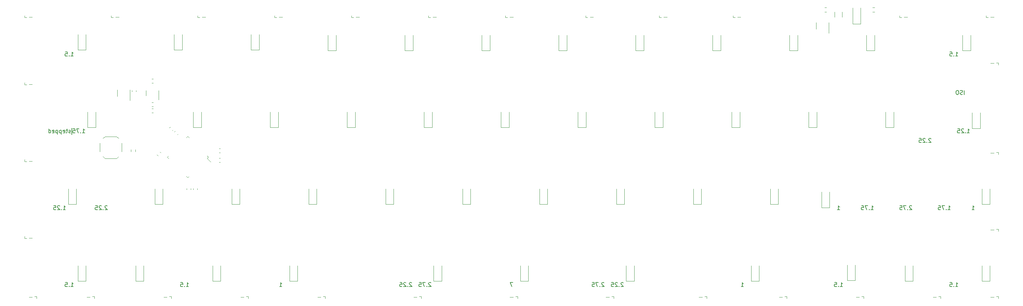
<source format=gbr>
%TF.GenerationSoftware,KiCad,Pcbnew,(7.0.0)*%
%TF.CreationDate,2023-10-06T18:22:26+02:00*%
%TF.ProjectId,mekanical,6d656b61-6e69-4636-916c-2e6b69636164,rev?*%
%TF.SameCoordinates,Original*%
%TF.FileFunction,Legend,Bot*%
%TF.FilePolarity,Positive*%
%FSLAX46Y46*%
G04 Gerber Fmt 4.6, Leading zero omitted, Abs format (unit mm)*
G04 Created by KiCad (PCBNEW (7.0.0)) date 2023-10-06 18:22:26*
%MOMM*%
%LPD*%
G01*
G04 APERTURE LIST*
%ADD10C,0.150000*%
%ADD11C,0.120000*%
G04 APERTURE END LIST*
D10*
X41120181Y-62706250D02*
X41120181Y-64293750D01*
X150352082Y-100967380D02*
X149685416Y-100967380D01*
X149685416Y-100967380D02*
X150113987Y-101967380D01*
X249126189Y-82012619D02*
X249078570Y-81965000D01*
X249078570Y-81965000D02*
X248983332Y-81917380D01*
X248983332Y-81917380D02*
X248745237Y-81917380D01*
X248745237Y-81917380D02*
X248649999Y-81965000D01*
X248649999Y-81965000D02*
X248602380Y-82012619D01*
X248602380Y-82012619D02*
X248554761Y-82107857D01*
X248554761Y-82107857D02*
X248554761Y-82203095D01*
X248554761Y-82203095D02*
X248602380Y-82345952D01*
X248602380Y-82345952D02*
X249173808Y-82917380D01*
X249173808Y-82917380D02*
X248554761Y-82917380D01*
X248126189Y-82822142D02*
X248078570Y-82869761D01*
X248078570Y-82869761D02*
X248126189Y-82917380D01*
X248126189Y-82917380D02*
X248173808Y-82869761D01*
X248173808Y-82869761D02*
X248126189Y-82822142D01*
X248126189Y-82822142D02*
X248126189Y-82917380D01*
X247745237Y-81917380D02*
X247078571Y-81917380D01*
X247078571Y-81917380D02*
X247507142Y-82917380D01*
X246221428Y-81917380D02*
X246697618Y-81917380D01*
X246697618Y-81917380D02*
X246745237Y-82393571D01*
X246745237Y-82393571D02*
X246697618Y-82345952D01*
X246697618Y-82345952D02*
X246602380Y-82298333D01*
X246602380Y-82298333D02*
X246364285Y-82298333D01*
X246364285Y-82298333D02*
X246269047Y-82345952D01*
X246269047Y-82345952D02*
X246221428Y-82393571D01*
X246221428Y-82393571D02*
X246173809Y-82488809D01*
X246173809Y-82488809D02*
X246173809Y-82726904D01*
X246173809Y-82726904D02*
X246221428Y-82822142D01*
X246221428Y-82822142D02*
X246269047Y-82869761D01*
X246269047Y-82869761D02*
X246364285Y-82917380D01*
X246364285Y-82917380D02*
X246602380Y-82917380D01*
X246602380Y-82917380D02*
X246697618Y-82869761D01*
X246697618Y-82869761D02*
X246745237Y-82822142D01*
X130063689Y-101062619D02*
X130016070Y-101015000D01*
X130016070Y-101015000D02*
X129920832Y-100967380D01*
X129920832Y-100967380D02*
X129682737Y-100967380D01*
X129682737Y-100967380D02*
X129587499Y-101015000D01*
X129587499Y-101015000D02*
X129539880Y-101062619D01*
X129539880Y-101062619D02*
X129492261Y-101157857D01*
X129492261Y-101157857D02*
X129492261Y-101253095D01*
X129492261Y-101253095D02*
X129539880Y-101395952D01*
X129539880Y-101395952D02*
X130111308Y-101967380D01*
X130111308Y-101967380D02*
X129492261Y-101967380D01*
X129063689Y-101872142D02*
X129016070Y-101919761D01*
X129016070Y-101919761D02*
X129063689Y-101967380D01*
X129063689Y-101967380D02*
X129111308Y-101919761D01*
X129111308Y-101919761D02*
X129063689Y-101872142D01*
X129063689Y-101872142D02*
X129063689Y-101967380D01*
X128682737Y-100967380D02*
X128016071Y-100967380D01*
X128016071Y-100967380D02*
X128444642Y-101967380D01*
X127158928Y-100967380D02*
X127635118Y-100967380D01*
X127635118Y-100967380D02*
X127682737Y-101443571D01*
X127682737Y-101443571D02*
X127635118Y-101395952D01*
X127635118Y-101395952D02*
X127539880Y-101348333D01*
X127539880Y-101348333D02*
X127301785Y-101348333D01*
X127301785Y-101348333D02*
X127206547Y-101395952D01*
X127206547Y-101395952D02*
X127158928Y-101443571D01*
X127158928Y-101443571D02*
X127111309Y-101538809D01*
X127111309Y-101538809D02*
X127111309Y-101776904D01*
X127111309Y-101776904D02*
X127158928Y-101872142D01*
X127158928Y-101872142D02*
X127206547Y-101919761D01*
X127206547Y-101919761D02*
X127301785Y-101967380D01*
X127301785Y-101967380D02*
X127539880Y-101967380D01*
X127539880Y-101967380D02*
X127635118Y-101919761D01*
X127635118Y-101919761D02*
X127682737Y-101872142D01*
X69484821Y-101967380D02*
X70056249Y-101967380D01*
X69770535Y-101967380D02*
X69770535Y-100967380D01*
X69770535Y-100967380D02*
X69865773Y-101110238D01*
X69865773Y-101110238D02*
X69961011Y-101205476D01*
X69961011Y-101205476D02*
X70056249Y-101253095D01*
X69056249Y-101872142D02*
X69008630Y-101919761D01*
X69008630Y-101919761D02*
X69056249Y-101967380D01*
X69056249Y-101967380D02*
X69103868Y-101919761D01*
X69103868Y-101919761D02*
X69056249Y-101872142D01*
X69056249Y-101872142D02*
X69056249Y-101967380D01*
X68103869Y-100967380D02*
X68580059Y-100967380D01*
X68580059Y-100967380D02*
X68627678Y-101443571D01*
X68627678Y-101443571D02*
X68580059Y-101395952D01*
X68580059Y-101395952D02*
X68484821Y-101348333D01*
X68484821Y-101348333D02*
X68246726Y-101348333D01*
X68246726Y-101348333D02*
X68151488Y-101395952D01*
X68151488Y-101395952D02*
X68103869Y-101443571D01*
X68103869Y-101443571D02*
X68056250Y-101538809D01*
X68056250Y-101538809D02*
X68056250Y-101776904D01*
X68056250Y-101776904D02*
X68103869Y-101872142D01*
X68103869Y-101872142D02*
X68151488Y-101919761D01*
X68151488Y-101919761D02*
X68246726Y-101967380D01*
X68246726Y-101967380D02*
X68484821Y-101967380D01*
X68484821Y-101967380D02*
X68580059Y-101919761D01*
X68580059Y-101919761D02*
X68627678Y-101872142D01*
X40909821Y-101967380D02*
X41481249Y-101967380D01*
X41195535Y-101967380D02*
X41195535Y-100967380D01*
X41195535Y-100967380D02*
X41290773Y-101110238D01*
X41290773Y-101110238D02*
X41386011Y-101205476D01*
X41386011Y-101205476D02*
X41481249Y-101253095D01*
X40481249Y-101872142D02*
X40433630Y-101919761D01*
X40433630Y-101919761D02*
X40481249Y-101967380D01*
X40481249Y-101967380D02*
X40528868Y-101919761D01*
X40528868Y-101919761D02*
X40481249Y-101872142D01*
X40481249Y-101872142D02*
X40481249Y-101967380D01*
X39528869Y-100967380D02*
X40005059Y-100967380D01*
X40005059Y-100967380D02*
X40052678Y-101443571D01*
X40052678Y-101443571D02*
X40005059Y-101395952D01*
X40005059Y-101395952D02*
X39909821Y-101348333D01*
X39909821Y-101348333D02*
X39671726Y-101348333D01*
X39671726Y-101348333D02*
X39576488Y-101395952D01*
X39576488Y-101395952D02*
X39528869Y-101443571D01*
X39528869Y-101443571D02*
X39481250Y-101538809D01*
X39481250Y-101538809D02*
X39481250Y-101776904D01*
X39481250Y-101776904D02*
X39528869Y-101872142D01*
X39528869Y-101872142D02*
X39576488Y-101919761D01*
X39576488Y-101919761D02*
X39671726Y-101967380D01*
X39671726Y-101967380D02*
X39909821Y-101967380D01*
X39909821Y-101967380D02*
X40005059Y-101919761D01*
X40005059Y-101919761D02*
X40052678Y-101872142D01*
X49894939Y-82012619D02*
X49847320Y-81965000D01*
X49847320Y-81965000D02*
X49752082Y-81917380D01*
X49752082Y-81917380D02*
X49513987Y-81917380D01*
X49513987Y-81917380D02*
X49418749Y-81965000D01*
X49418749Y-81965000D02*
X49371130Y-82012619D01*
X49371130Y-82012619D02*
X49323511Y-82107857D01*
X49323511Y-82107857D02*
X49323511Y-82203095D01*
X49323511Y-82203095D02*
X49371130Y-82345952D01*
X49371130Y-82345952D02*
X49942558Y-82917380D01*
X49942558Y-82917380D02*
X49323511Y-82917380D01*
X48894939Y-82822142D02*
X48847320Y-82869761D01*
X48847320Y-82869761D02*
X48894939Y-82917380D01*
X48894939Y-82917380D02*
X48942558Y-82869761D01*
X48942558Y-82869761D02*
X48894939Y-82822142D01*
X48894939Y-82822142D02*
X48894939Y-82917380D01*
X48466368Y-82012619D02*
X48418749Y-81965000D01*
X48418749Y-81965000D02*
X48323511Y-81917380D01*
X48323511Y-81917380D02*
X48085416Y-81917380D01*
X48085416Y-81917380D02*
X47990178Y-81965000D01*
X47990178Y-81965000D02*
X47942559Y-82012619D01*
X47942559Y-82012619D02*
X47894940Y-82107857D01*
X47894940Y-82107857D02*
X47894940Y-82203095D01*
X47894940Y-82203095D02*
X47942559Y-82345952D01*
X47942559Y-82345952D02*
X48513987Y-82917380D01*
X48513987Y-82917380D02*
X47894940Y-82917380D01*
X46990178Y-81917380D02*
X47466368Y-81917380D01*
X47466368Y-81917380D02*
X47513987Y-82393571D01*
X47513987Y-82393571D02*
X47466368Y-82345952D01*
X47466368Y-82345952D02*
X47371130Y-82298333D01*
X47371130Y-82298333D02*
X47133035Y-82298333D01*
X47133035Y-82298333D02*
X47037797Y-82345952D01*
X47037797Y-82345952D02*
X46990178Y-82393571D01*
X46990178Y-82393571D02*
X46942559Y-82488809D01*
X46942559Y-82488809D02*
X46942559Y-82726904D01*
X46942559Y-82726904D02*
X46990178Y-82822142D01*
X46990178Y-82822142D02*
X47037797Y-82869761D01*
X47037797Y-82869761D02*
X47133035Y-82917380D01*
X47133035Y-82917380D02*
X47371130Y-82917380D01*
X47371130Y-82917380D02*
X47466368Y-82869761D01*
X47466368Y-82869761D02*
X47513987Y-82822142D01*
X125301189Y-101062619D02*
X125253570Y-101015000D01*
X125253570Y-101015000D02*
X125158332Y-100967380D01*
X125158332Y-100967380D02*
X124920237Y-100967380D01*
X124920237Y-100967380D02*
X124824999Y-101015000D01*
X124824999Y-101015000D02*
X124777380Y-101062619D01*
X124777380Y-101062619D02*
X124729761Y-101157857D01*
X124729761Y-101157857D02*
X124729761Y-101253095D01*
X124729761Y-101253095D02*
X124777380Y-101395952D01*
X124777380Y-101395952D02*
X125348808Y-101967380D01*
X125348808Y-101967380D02*
X124729761Y-101967380D01*
X124301189Y-101872142D02*
X124253570Y-101919761D01*
X124253570Y-101919761D02*
X124301189Y-101967380D01*
X124301189Y-101967380D02*
X124348808Y-101919761D01*
X124348808Y-101919761D02*
X124301189Y-101872142D01*
X124301189Y-101872142D02*
X124301189Y-101967380D01*
X123872618Y-101062619D02*
X123824999Y-101015000D01*
X123824999Y-101015000D02*
X123729761Y-100967380D01*
X123729761Y-100967380D02*
X123491666Y-100967380D01*
X123491666Y-100967380D02*
X123396428Y-101015000D01*
X123396428Y-101015000D02*
X123348809Y-101062619D01*
X123348809Y-101062619D02*
X123301190Y-101157857D01*
X123301190Y-101157857D02*
X123301190Y-101253095D01*
X123301190Y-101253095D02*
X123348809Y-101395952D01*
X123348809Y-101395952D02*
X123920237Y-101967380D01*
X123920237Y-101967380D02*
X123301190Y-101967380D01*
X122396428Y-100967380D02*
X122872618Y-100967380D01*
X122872618Y-100967380D02*
X122920237Y-101443571D01*
X122920237Y-101443571D02*
X122872618Y-101395952D01*
X122872618Y-101395952D02*
X122777380Y-101348333D01*
X122777380Y-101348333D02*
X122539285Y-101348333D01*
X122539285Y-101348333D02*
X122444047Y-101395952D01*
X122444047Y-101395952D02*
X122396428Y-101443571D01*
X122396428Y-101443571D02*
X122348809Y-101538809D01*
X122348809Y-101538809D02*
X122348809Y-101776904D01*
X122348809Y-101776904D02*
X122396428Y-101872142D01*
X122396428Y-101872142D02*
X122444047Y-101919761D01*
X122444047Y-101919761D02*
X122539285Y-101967380D01*
X122539285Y-101967380D02*
X122777380Y-101967380D01*
X122777380Y-101967380D02*
X122872618Y-101919761D01*
X122872618Y-101919761D02*
X122920237Y-101872142D01*
X262143749Y-54342380D02*
X262143749Y-53342380D01*
X261715178Y-54294761D02*
X261572321Y-54342380D01*
X261572321Y-54342380D02*
X261334226Y-54342380D01*
X261334226Y-54342380D02*
X261238988Y-54294761D01*
X261238988Y-54294761D02*
X261191369Y-54247142D01*
X261191369Y-54247142D02*
X261143750Y-54151904D01*
X261143750Y-54151904D02*
X261143750Y-54056666D01*
X261143750Y-54056666D02*
X261191369Y-53961428D01*
X261191369Y-53961428D02*
X261238988Y-53913809D01*
X261238988Y-53913809D02*
X261334226Y-53866190D01*
X261334226Y-53866190D02*
X261524702Y-53818571D01*
X261524702Y-53818571D02*
X261619940Y-53770952D01*
X261619940Y-53770952D02*
X261667559Y-53723333D01*
X261667559Y-53723333D02*
X261715178Y-53628095D01*
X261715178Y-53628095D02*
X261715178Y-53532857D01*
X261715178Y-53532857D02*
X261667559Y-53437619D01*
X261667559Y-53437619D02*
X261619940Y-53390000D01*
X261619940Y-53390000D02*
X261524702Y-53342380D01*
X261524702Y-53342380D02*
X261286607Y-53342380D01*
X261286607Y-53342380D02*
X261143750Y-53390000D01*
X260524702Y-53342380D02*
X260334226Y-53342380D01*
X260334226Y-53342380D02*
X260238988Y-53390000D01*
X260238988Y-53390000D02*
X260143750Y-53485238D01*
X260143750Y-53485238D02*
X260096131Y-53675714D01*
X260096131Y-53675714D02*
X260096131Y-54009047D01*
X260096131Y-54009047D02*
X260143750Y-54199523D01*
X260143750Y-54199523D02*
X260238988Y-54294761D01*
X260238988Y-54294761D02*
X260334226Y-54342380D01*
X260334226Y-54342380D02*
X260524702Y-54342380D01*
X260524702Y-54342380D02*
X260619940Y-54294761D01*
X260619940Y-54294761D02*
X260715178Y-54199523D01*
X260715178Y-54199523D02*
X260762797Y-54009047D01*
X260762797Y-54009047D02*
X260762797Y-53675714D01*
X260762797Y-53675714D02*
X260715178Y-53485238D01*
X260715178Y-53485238D02*
X260619940Y-53390000D01*
X260619940Y-53390000D02*
X260524702Y-53342380D01*
X39004761Y-82917380D02*
X39576189Y-82917380D01*
X39290475Y-82917380D02*
X39290475Y-81917380D01*
X39290475Y-81917380D02*
X39385713Y-82060238D01*
X39385713Y-82060238D02*
X39480951Y-82155476D01*
X39480951Y-82155476D02*
X39576189Y-82203095D01*
X38576189Y-82822142D02*
X38528570Y-82869761D01*
X38528570Y-82869761D02*
X38576189Y-82917380D01*
X38576189Y-82917380D02*
X38623808Y-82869761D01*
X38623808Y-82869761D02*
X38576189Y-82822142D01*
X38576189Y-82822142D02*
X38576189Y-82917380D01*
X38147618Y-82012619D02*
X38099999Y-81965000D01*
X38099999Y-81965000D02*
X38004761Y-81917380D01*
X38004761Y-81917380D02*
X37766666Y-81917380D01*
X37766666Y-81917380D02*
X37671428Y-81965000D01*
X37671428Y-81965000D02*
X37623809Y-82012619D01*
X37623809Y-82012619D02*
X37576190Y-82107857D01*
X37576190Y-82107857D02*
X37576190Y-82203095D01*
X37576190Y-82203095D02*
X37623809Y-82345952D01*
X37623809Y-82345952D02*
X38195237Y-82917380D01*
X38195237Y-82917380D02*
X37576190Y-82917380D01*
X36671428Y-81917380D02*
X37147618Y-81917380D01*
X37147618Y-81917380D02*
X37195237Y-82393571D01*
X37195237Y-82393571D02*
X37147618Y-82345952D01*
X37147618Y-82345952D02*
X37052380Y-82298333D01*
X37052380Y-82298333D02*
X36814285Y-82298333D01*
X36814285Y-82298333D02*
X36719047Y-82345952D01*
X36719047Y-82345952D02*
X36671428Y-82393571D01*
X36671428Y-82393571D02*
X36623809Y-82488809D01*
X36623809Y-82488809D02*
X36623809Y-82726904D01*
X36623809Y-82726904D02*
X36671428Y-82822142D01*
X36671428Y-82822142D02*
X36719047Y-82869761D01*
X36719047Y-82869761D02*
X36814285Y-82917380D01*
X36814285Y-82917380D02*
X37052380Y-82917380D01*
X37052380Y-82917380D02*
X37147618Y-82869761D01*
X37147618Y-82869761D02*
X37195237Y-82822142D01*
X172926189Y-101062619D02*
X172878570Y-101015000D01*
X172878570Y-101015000D02*
X172783332Y-100967380D01*
X172783332Y-100967380D02*
X172545237Y-100967380D01*
X172545237Y-100967380D02*
X172449999Y-101015000D01*
X172449999Y-101015000D02*
X172402380Y-101062619D01*
X172402380Y-101062619D02*
X172354761Y-101157857D01*
X172354761Y-101157857D02*
X172354761Y-101253095D01*
X172354761Y-101253095D02*
X172402380Y-101395952D01*
X172402380Y-101395952D02*
X172973808Y-101967380D01*
X172973808Y-101967380D02*
X172354761Y-101967380D01*
X171926189Y-101872142D02*
X171878570Y-101919761D01*
X171878570Y-101919761D02*
X171926189Y-101967380D01*
X171926189Y-101967380D02*
X171973808Y-101919761D01*
X171973808Y-101919761D02*
X171926189Y-101872142D01*
X171926189Y-101872142D02*
X171926189Y-101967380D01*
X171545237Y-100967380D02*
X170878571Y-100967380D01*
X170878571Y-100967380D02*
X171307142Y-101967380D01*
X170021428Y-100967380D02*
X170497618Y-100967380D01*
X170497618Y-100967380D02*
X170545237Y-101443571D01*
X170545237Y-101443571D02*
X170497618Y-101395952D01*
X170497618Y-101395952D02*
X170402380Y-101348333D01*
X170402380Y-101348333D02*
X170164285Y-101348333D01*
X170164285Y-101348333D02*
X170069047Y-101395952D01*
X170069047Y-101395952D02*
X170021428Y-101443571D01*
X170021428Y-101443571D02*
X169973809Y-101538809D01*
X169973809Y-101538809D02*
X169973809Y-101776904D01*
X169973809Y-101776904D02*
X170021428Y-101872142D01*
X170021428Y-101872142D02*
X170069047Y-101919761D01*
X170069047Y-101919761D02*
X170164285Y-101967380D01*
X170164285Y-101967380D02*
X170402380Y-101967380D01*
X170402380Y-101967380D02*
X170497618Y-101919761D01*
X170497618Y-101919761D02*
X170545237Y-101872142D01*
X230695535Y-82917380D02*
X231266963Y-82917380D01*
X230981249Y-82917380D02*
X230981249Y-81917380D01*
X230981249Y-81917380D02*
X231076487Y-82060238D01*
X231076487Y-82060238D02*
X231171725Y-82155476D01*
X231171725Y-82155476D02*
X231266963Y-82203095D01*
X264033035Y-82917380D02*
X264604463Y-82917380D01*
X264318749Y-82917380D02*
X264318749Y-81917380D01*
X264318749Y-81917380D02*
X264413987Y-82060238D01*
X264413987Y-82060238D02*
X264509225Y-82155476D01*
X264509225Y-82155476D02*
X264604463Y-82203095D01*
X258079761Y-82917380D02*
X258651189Y-82917380D01*
X258365475Y-82917380D02*
X258365475Y-81917380D01*
X258365475Y-81917380D02*
X258460713Y-82060238D01*
X258460713Y-82060238D02*
X258555951Y-82155476D01*
X258555951Y-82155476D02*
X258651189Y-82203095D01*
X257651189Y-82822142D02*
X257603570Y-82869761D01*
X257603570Y-82869761D02*
X257651189Y-82917380D01*
X257651189Y-82917380D02*
X257698808Y-82869761D01*
X257698808Y-82869761D02*
X257651189Y-82822142D01*
X257651189Y-82822142D02*
X257651189Y-82917380D01*
X257270237Y-81917380D02*
X256603571Y-81917380D01*
X256603571Y-81917380D02*
X257032142Y-82917380D01*
X255746428Y-81917380D02*
X256222618Y-81917380D01*
X256222618Y-81917380D02*
X256270237Y-82393571D01*
X256270237Y-82393571D02*
X256222618Y-82345952D01*
X256222618Y-82345952D02*
X256127380Y-82298333D01*
X256127380Y-82298333D02*
X255889285Y-82298333D01*
X255889285Y-82298333D02*
X255794047Y-82345952D01*
X255794047Y-82345952D02*
X255746428Y-82393571D01*
X255746428Y-82393571D02*
X255698809Y-82488809D01*
X255698809Y-82488809D02*
X255698809Y-82726904D01*
X255698809Y-82726904D02*
X255746428Y-82822142D01*
X255746428Y-82822142D02*
X255794047Y-82869761D01*
X255794047Y-82869761D02*
X255889285Y-82917380D01*
X255889285Y-82917380D02*
X256127380Y-82917380D01*
X256127380Y-82917380D02*
X256222618Y-82869761D01*
X256222618Y-82869761D02*
X256270237Y-82822142D01*
X239029761Y-82917380D02*
X239601189Y-82917380D01*
X239315475Y-82917380D02*
X239315475Y-81917380D01*
X239315475Y-81917380D02*
X239410713Y-82060238D01*
X239410713Y-82060238D02*
X239505951Y-82155476D01*
X239505951Y-82155476D02*
X239601189Y-82203095D01*
X238601189Y-82822142D02*
X238553570Y-82869761D01*
X238553570Y-82869761D02*
X238601189Y-82917380D01*
X238601189Y-82917380D02*
X238648808Y-82869761D01*
X238648808Y-82869761D02*
X238601189Y-82822142D01*
X238601189Y-82822142D02*
X238601189Y-82917380D01*
X238220237Y-81917380D02*
X237553571Y-81917380D01*
X237553571Y-81917380D02*
X237982142Y-82917380D01*
X236696428Y-81917380D02*
X237172618Y-81917380D01*
X237172618Y-81917380D02*
X237220237Y-82393571D01*
X237220237Y-82393571D02*
X237172618Y-82345952D01*
X237172618Y-82345952D02*
X237077380Y-82298333D01*
X237077380Y-82298333D02*
X236839285Y-82298333D01*
X236839285Y-82298333D02*
X236744047Y-82345952D01*
X236744047Y-82345952D02*
X236696428Y-82393571D01*
X236696428Y-82393571D02*
X236648809Y-82488809D01*
X236648809Y-82488809D02*
X236648809Y-82726904D01*
X236648809Y-82726904D02*
X236696428Y-82822142D01*
X236696428Y-82822142D02*
X236744047Y-82869761D01*
X236744047Y-82869761D02*
X236839285Y-82917380D01*
X236839285Y-82917380D02*
X237077380Y-82917380D01*
X237077380Y-82917380D02*
X237172618Y-82869761D01*
X237172618Y-82869761D02*
X237220237Y-82822142D01*
X206883035Y-101967380D02*
X207454463Y-101967380D01*
X207168749Y-101967380D02*
X207168749Y-100967380D01*
X207168749Y-100967380D02*
X207263987Y-101110238D01*
X207263987Y-101110238D02*
X207359225Y-101205476D01*
X207359225Y-101205476D02*
X207454463Y-101253095D01*
X231409821Y-101967380D02*
X231981249Y-101967380D01*
X231695535Y-101967380D02*
X231695535Y-100967380D01*
X231695535Y-100967380D02*
X231790773Y-101110238D01*
X231790773Y-101110238D02*
X231886011Y-101205476D01*
X231886011Y-101205476D02*
X231981249Y-101253095D01*
X230981249Y-101872142D02*
X230933630Y-101919761D01*
X230933630Y-101919761D02*
X230981249Y-101967380D01*
X230981249Y-101967380D02*
X231028868Y-101919761D01*
X231028868Y-101919761D02*
X230981249Y-101872142D01*
X230981249Y-101872142D02*
X230981249Y-101967380D01*
X230028869Y-100967380D02*
X230505059Y-100967380D01*
X230505059Y-100967380D02*
X230552678Y-101443571D01*
X230552678Y-101443571D02*
X230505059Y-101395952D01*
X230505059Y-101395952D02*
X230409821Y-101348333D01*
X230409821Y-101348333D02*
X230171726Y-101348333D01*
X230171726Y-101348333D02*
X230076488Y-101395952D01*
X230076488Y-101395952D02*
X230028869Y-101443571D01*
X230028869Y-101443571D02*
X229981250Y-101538809D01*
X229981250Y-101538809D02*
X229981250Y-101776904D01*
X229981250Y-101776904D02*
X230028869Y-101872142D01*
X230028869Y-101872142D02*
X230076488Y-101919761D01*
X230076488Y-101919761D02*
X230171726Y-101967380D01*
X230171726Y-101967380D02*
X230409821Y-101967380D01*
X230409821Y-101967380D02*
X230505059Y-101919761D01*
X230505059Y-101919761D02*
X230552678Y-101872142D01*
X43767261Y-63867380D02*
X44338689Y-63867380D01*
X44052975Y-63867380D02*
X44052975Y-62867380D01*
X44052975Y-62867380D02*
X44148213Y-63010238D01*
X44148213Y-63010238D02*
X44243451Y-63105476D01*
X44243451Y-63105476D02*
X44338689Y-63153095D01*
X43338689Y-63772142D02*
X43291070Y-63819761D01*
X43291070Y-63819761D02*
X43338689Y-63867380D01*
X43338689Y-63867380D02*
X43386308Y-63819761D01*
X43386308Y-63819761D02*
X43338689Y-63772142D01*
X43338689Y-63772142D02*
X43338689Y-63867380D01*
X42957737Y-62867380D02*
X42291071Y-62867380D01*
X42291071Y-62867380D02*
X42719642Y-63867380D01*
X41433928Y-62867380D02*
X41910118Y-62867380D01*
X41910118Y-62867380D02*
X41957737Y-63343571D01*
X41957737Y-63343571D02*
X41910118Y-63295952D01*
X41910118Y-63295952D02*
X41814880Y-63248333D01*
X41814880Y-63248333D02*
X41576785Y-63248333D01*
X41576785Y-63248333D02*
X41481547Y-63295952D01*
X41481547Y-63295952D02*
X41433928Y-63343571D01*
X41433928Y-63343571D02*
X41386309Y-63438809D01*
X41386309Y-63438809D02*
X41386309Y-63676904D01*
X41386309Y-63676904D02*
X41433928Y-63772142D01*
X41433928Y-63772142D02*
X41481547Y-63819761D01*
X41481547Y-63819761D02*
X41576785Y-63867380D01*
X41576785Y-63867380D02*
X41814880Y-63867380D01*
X41814880Y-63867380D02*
X41910118Y-63819761D01*
X41910118Y-63819761D02*
X41957737Y-63772142D01*
X262842261Y-63867380D02*
X263413689Y-63867380D01*
X263127975Y-63867380D02*
X263127975Y-62867380D01*
X263127975Y-62867380D02*
X263223213Y-63010238D01*
X263223213Y-63010238D02*
X263318451Y-63105476D01*
X263318451Y-63105476D02*
X263413689Y-63153095D01*
X262413689Y-63772142D02*
X262366070Y-63819761D01*
X262366070Y-63819761D02*
X262413689Y-63867380D01*
X262413689Y-63867380D02*
X262461308Y-63819761D01*
X262461308Y-63819761D02*
X262413689Y-63772142D01*
X262413689Y-63772142D02*
X262413689Y-63867380D01*
X261985118Y-62962619D02*
X261937499Y-62915000D01*
X261937499Y-62915000D02*
X261842261Y-62867380D01*
X261842261Y-62867380D02*
X261604166Y-62867380D01*
X261604166Y-62867380D02*
X261508928Y-62915000D01*
X261508928Y-62915000D02*
X261461309Y-62962619D01*
X261461309Y-62962619D02*
X261413690Y-63057857D01*
X261413690Y-63057857D02*
X261413690Y-63153095D01*
X261413690Y-63153095D02*
X261461309Y-63295952D01*
X261461309Y-63295952D02*
X262032737Y-63867380D01*
X262032737Y-63867380D02*
X261413690Y-63867380D01*
X260508928Y-62867380D02*
X260985118Y-62867380D01*
X260985118Y-62867380D02*
X261032737Y-63343571D01*
X261032737Y-63343571D02*
X260985118Y-63295952D01*
X260985118Y-63295952D02*
X260889880Y-63248333D01*
X260889880Y-63248333D02*
X260651785Y-63248333D01*
X260651785Y-63248333D02*
X260556547Y-63295952D01*
X260556547Y-63295952D02*
X260508928Y-63343571D01*
X260508928Y-63343571D02*
X260461309Y-63438809D01*
X260461309Y-63438809D02*
X260461309Y-63676904D01*
X260461309Y-63676904D02*
X260508928Y-63772142D01*
X260508928Y-63772142D02*
X260556547Y-63819761D01*
X260556547Y-63819761D02*
X260651785Y-63867380D01*
X260651785Y-63867380D02*
X260889880Y-63867380D01*
X260889880Y-63867380D02*
X260985118Y-63819761D01*
X260985118Y-63819761D02*
X261032737Y-63772142D01*
X40909821Y-44817380D02*
X41481249Y-44817380D01*
X41195535Y-44817380D02*
X41195535Y-43817380D01*
X41195535Y-43817380D02*
X41290773Y-43960238D01*
X41290773Y-43960238D02*
X41386011Y-44055476D01*
X41386011Y-44055476D02*
X41481249Y-44103095D01*
X40481249Y-44722142D02*
X40433630Y-44769761D01*
X40433630Y-44769761D02*
X40481249Y-44817380D01*
X40481249Y-44817380D02*
X40528868Y-44769761D01*
X40528868Y-44769761D02*
X40481249Y-44722142D01*
X40481249Y-44722142D02*
X40481249Y-44817380D01*
X39528869Y-43817380D02*
X40005059Y-43817380D01*
X40005059Y-43817380D02*
X40052678Y-44293571D01*
X40052678Y-44293571D02*
X40005059Y-44245952D01*
X40005059Y-44245952D02*
X39909821Y-44198333D01*
X39909821Y-44198333D02*
X39671726Y-44198333D01*
X39671726Y-44198333D02*
X39576488Y-44245952D01*
X39576488Y-44245952D02*
X39528869Y-44293571D01*
X39528869Y-44293571D02*
X39481250Y-44388809D01*
X39481250Y-44388809D02*
X39481250Y-44626904D01*
X39481250Y-44626904D02*
X39528869Y-44722142D01*
X39528869Y-44722142D02*
X39576488Y-44769761D01*
X39576488Y-44769761D02*
X39671726Y-44817380D01*
X39671726Y-44817380D02*
X39909821Y-44817380D01*
X39909821Y-44817380D02*
X40005059Y-44769761D01*
X40005059Y-44769761D02*
X40052678Y-44722142D01*
X40814285Y-63819761D02*
X40719047Y-63867380D01*
X40719047Y-63867380D02*
X40528571Y-63867380D01*
X40528571Y-63867380D02*
X40433333Y-63819761D01*
X40433333Y-63819761D02*
X40385714Y-63724523D01*
X40385714Y-63724523D02*
X40385714Y-63676904D01*
X40385714Y-63676904D02*
X40433333Y-63581666D01*
X40433333Y-63581666D02*
X40528571Y-63534047D01*
X40528571Y-63534047D02*
X40671428Y-63534047D01*
X40671428Y-63534047D02*
X40766666Y-63486428D01*
X40766666Y-63486428D02*
X40814285Y-63391190D01*
X40814285Y-63391190D02*
X40814285Y-63343571D01*
X40814285Y-63343571D02*
X40766666Y-63248333D01*
X40766666Y-63248333D02*
X40671428Y-63200714D01*
X40671428Y-63200714D02*
X40528571Y-63200714D01*
X40528571Y-63200714D02*
X40433333Y-63248333D01*
X40099999Y-63200714D02*
X39719047Y-63200714D01*
X39957142Y-62867380D02*
X39957142Y-63724523D01*
X39957142Y-63724523D02*
X39909523Y-63819761D01*
X39909523Y-63819761D02*
X39814285Y-63867380D01*
X39814285Y-63867380D02*
X39719047Y-63867380D01*
X39004761Y-63819761D02*
X39099999Y-63867380D01*
X39099999Y-63867380D02*
X39290475Y-63867380D01*
X39290475Y-63867380D02*
X39385713Y-63819761D01*
X39385713Y-63819761D02*
X39433332Y-63724523D01*
X39433332Y-63724523D02*
X39433332Y-63343571D01*
X39433332Y-63343571D02*
X39385713Y-63248333D01*
X39385713Y-63248333D02*
X39290475Y-63200714D01*
X39290475Y-63200714D02*
X39099999Y-63200714D01*
X39099999Y-63200714D02*
X39004761Y-63248333D01*
X39004761Y-63248333D02*
X38957142Y-63343571D01*
X38957142Y-63343571D02*
X38957142Y-63438809D01*
X38957142Y-63438809D02*
X39433332Y-63534047D01*
X38528570Y-63200714D02*
X38528570Y-64200714D01*
X38528570Y-63248333D02*
X38433332Y-63200714D01*
X38433332Y-63200714D02*
X38242856Y-63200714D01*
X38242856Y-63200714D02*
X38147618Y-63248333D01*
X38147618Y-63248333D02*
X38099999Y-63295952D01*
X38099999Y-63295952D02*
X38052380Y-63391190D01*
X38052380Y-63391190D02*
X38052380Y-63676904D01*
X38052380Y-63676904D02*
X38099999Y-63772142D01*
X38099999Y-63772142D02*
X38147618Y-63819761D01*
X38147618Y-63819761D02*
X38242856Y-63867380D01*
X38242856Y-63867380D02*
X38433332Y-63867380D01*
X38433332Y-63867380D02*
X38528570Y-63819761D01*
X37623808Y-63200714D02*
X37623808Y-64200714D01*
X37623808Y-63248333D02*
X37528570Y-63200714D01*
X37528570Y-63200714D02*
X37338094Y-63200714D01*
X37338094Y-63200714D02*
X37242856Y-63248333D01*
X37242856Y-63248333D02*
X37195237Y-63295952D01*
X37195237Y-63295952D02*
X37147618Y-63391190D01*
X37147618Y-63391190D02*
X37147618Y-63676904D01*
X37147618Y-63676904D02*
X37195237Y-63772142D01*
X37195237Y-63772142D02*
X37242856Y-63819761D01*
X37242856Y-63819761D02*
X37338094Y-63867380D01*
X37338094Y-63867380D02*
X37528570Y-63867380D01*
X37528570Y-63867380D02*
X37623808Y-63819761D01*
X36338094Y-63819761D02*
X36433332Y-63867380D01*
X36433332Y-63867380D02*
X36623808Y-63867380D01*
X36623808Y-63867380D02*
X36719046Y-63819761D01*
X36719046Y-63819761D02*
X36766665Y-63724523D01*
X36766665Y-63724523D02*
X36766665Y-63343571D01*
X36766665Y-63343571D02*
X36719046Y-63248333D01*
X36719046Y-63248333D02*
X36623808Y-63200714D01*
X36623808Y-63200714D02*
X36433332Y-63200714D01*
X36433332Y-63200714D02*
X36338094Y-63248333D01*
X36338094Y-63248333D02*
X36290475Y-63343571D01*
X36290475Y-63343571D02*
X36290475Y-63438809D01*
X36290475Y-63438809D02*
X36766665Y-63534047D01*
X35433332Y-63867380D02*
X35433332Y-62867380D01*
X35433332Y-63819761D02*
X35528570Y-63867380D01*
X35528570Y-63867380D02*
X35719046Y-63867380D01*
X35719046Y-63867380D02*
X35814284Y-63819761D01*
X35814284Y-63819761D02*
X35861903Y-63772142D01*
X35861903Y-63772142D02*
X35909522Y-63676904D01*
X35909522Y-63676904D02*
X35909522Y-63391190D01*
X35909522Y-63391190D02*
X35861903Y-63295952D01*
X35861903Y-63295952D02*
X35814284Y-63248333D01*
X35814284Y-63248333D02*
X35719046Y-63200714D01*
X35719046Y-63200714D02*
X35528570Y-63200714D01*
X35528570Y-63200714D02*
X35433332Y-63248333D01*
X259984821Y-44817380D02*
X260556249Y-44817380D01*
X260270535Y-44817380D02*
X260270535Y-43817380D01*
X260270535Y-43817380D02*
X260365773Y-43960238D01*
X260365773Y-43960238D02*
X260461011Y-44055476D01*
X260461011Y-44055476D02*
X260556249Y-44103095D01*
X259556249Y-44722142D02*
X259508630Y-44769761D01*
X259508630Y-44769761D02*
X259556249Y-44817380D01*
X259556249Y-44817380D02*
X259603868Y-44769761D01*
X259603868Y-44769761D02*
X259556249Y-44722142D01*
X259556249Y-44722142D02*
X259556249Y-44817380D01*
X258603869Y-43817380D02*
X259080059Y-43817380D01*
X259080059Y-43817380D02*
X259127678Y-44293571D01*
X259127678Y-44293571D02*
X259080059Y-44245952D01*
X259080059Y-44245952D02*
X258984821Y-44198333D01*
X258984821Y-44198333D02*
X258746726Y-44198333D01*
X258746726Y-44198333D02*
X258651488Y-44245952D01*
X258651488Y-44245952D02*
X258603869Y-44293571D01*
X258603869Y-44293571D02*
X258556250Y-44388809D01*
X258556250Y-44388809D02*
X258556250Y-44626904D01*
X258556250Y-44626904D02*
X258603869Y-44722142D01*
X258603869Y-44722142D02*
X258651488Y-44769761D01*
X258651488Y-44769761D02*
X258746726Y-44817380D01*
X258746726Y-44817380D02*
X258984821Y-44817380D01*
X258984821Y-44817380D02*
X259080059Y-44769761D01*
X259080059Y-44769761D02*
X259127678Y-44722142D01*
X253888689Y-65343869D02*
X253841070Y-65296250D01*
X253841070Y-65296250D02*
X253745832Y-65248630D01*
X253745832Y-65248630D02*
X253507737Y-65248630D01*
X253507737Y-65248630D02*
X253412499Y-65296250D01*
X253412499Y-65296250D02*
X253364880Y-65343869D01*
X253364880Y-65343869D02*
X253317261Y-65439107D01*
X253317261Y-65439107D02*
X253317261Y-65534345D01*
X253317261Y-65534345D02*
X253364880Y-65677202D01*
X253364880Y-65677202D02*
X253936308Y-66248630D01*
X253936308Y-66248630D02*
X253317261Y-66248630D01*
X252888689Y-66153392D02*
X252841070Y-66201011D01*
X252841070Y-66201011D02*
X252888689Y-66248630D01*
X252888689Y-66248630D02*
X252936308Y-66201011D01*
X252936308Y-66201011D02*
X252888689Y-66153392D01*
X252888689Y-66153392D02*
X252888689Y-66248630D01*
X252460118Y-65343869D02*
X252412499Y-65296250D01*
X252412499Y-65296250D02*
X252317261Y-65248630D01*
X252317261Y-65248630D02*
X252079166Y-65248630D01*
X252079166Y-65248630D02*
X251983928Y-65296250D01*
X251983928Y-65296250D02*
X251936309Y-65343869D01*
X251936309Y-65343869D02*
X251888690Y-65439107D01*
X251888690Y-65439107D02*
X251888690Y-65534345D01*
X251888690Y-65534345D02*
X251936309Y-65677202D01*
X251936309Y-65677202D02*
X252507737Y-66248630D01*
X252507737Y-66248630D02*
X251888690Y-66248630D01*
X250983928Y-65248630D02*
X251460118Y-65248630D01*
X251460118Y-65248630D02*
X251507737Y-65724821D01*
X251507737Y-65724821D02*
X251460118Y-65677202D01*
X251460118Y-65677202D02*
X251364880Y-65629583D01*
X251364880Y-65629583D02*
X251126785Y-65629583D01*
X251126785Y-65629583D02*
X251031547Y-65677202D01*
X251031547Y-65677202D02*
X250983928Y-65724821D01*
X250983928Y-65724821D02*
X250936309Y-65820059D01*
X250936309Y-65820059D02*
X250936309Y-66058154D01*
X250936309Y-66058154D02*
X250983928Y-66153392D01*
X250983928Y-66153392D02*
X251031547Y-66201011D01*
X251031547Y-66201011D02*
X251126785Y-66248630D01*
X251126785Y-66248630D02*
X251364880Y-66248630D01*
X251364880Y-66248630D02*
X251460118Y-66201011D01*
X251460118Y-66201011D02*
X251507737Y-66153392D01*
X259984821Y-101967380D02*
X260556249Y-101967380D01*
X260270535Y-101967380D02*
X260270535Y-100967380D01*
X260270535Y-100967380D02*
X260365773Y-101110238D01*
X260365773Y-101110238D02*
X260461011Y-101205476D01*
X260461011Y-101205476D02*
X260556249Y-101253095D01*
X259556249Y-101872142D02*
X259508630Y-101919761D01*
X259508630Y-101919761D02*
X259556249Y-101967380D01*
X259556249Y-101967380D02*
X259603868Y-101919761D01*
X259603868Y-101919761D02*
X259556249Y-101872142D01*
X259556249Y-101872142D02*
X259556249Y-101967380D01*
X258603869Y-100967380D02*
X259080059Y-100967380D01*
X259080059Y-100967380D02*
X259127678Y-101443571D01*
X259127678Y-101443571D02*
X259080059Y-101395952D01*
X259080059Y-101395952D02*
X258984821Y-101348333D01*
X258984821Y-101348333D02*
X258746726Y-101348333D01*
X258746726Y-101348333D02*
X258651488Y-101395952D01*
X258651488Y-101395952D02*
X258603869Y-101443571D01*
X258603869Y-101443571D02*
X258556250Y-101538809D01*
X258556250Y-101538809D02*
X258556250Y-101776904D01*
X258556250Y-101776904D02*
X258603869Y-101872142D01*
X258603869Y-101872142D02*
X258651488Y-101919761D01*
X258651488Y-101919761D02*
X258746726Y-101967380D01*
X258746726Y-101967380D02*
X258984821Y-101967380D01*
X258984821Y-101967380D02*
X259080059Y-101919761D01*
X259080059Y-101919761D02*
X259127678Y-101872142D01*
X177688689Y-101062619D02*
X177641070Y-101015000D01*
X177641070Y-101015000D02*
X177545832Y-100967380D01*
X177545832Y-100967380D02*
X177307737Y-100967380D01*
X177307737Y-100967380D02*
X177212499Y-101015000D01*
X177212499Y-101015000D02*
X177164880Y-101062619D01*
X177164880Y-101062619D02*
X177117261Y-101157857D01*
X177117261Y-101157857D02*
X177117261Y-101253095D01*
X177117261Y-101253095D02*
X177164880Y-101395952D01*
X177164880Y-101395952D02*
X177736308Y-101967380D01*
X177736308Y-101967380D02*
X177117261Y-101967380D01*
X176688689Y-101872142D02*
X176641070Y-101919761D01*
X176641070Y-101919761D02*
X176688689Y-101967380D01*
X176688689Y-101967380D02*
X176736308Y-101919761D01*
X176736308Y-101919761D02*
X176688689Y-101872142D01*
X176688689Y-101872142D02*
X176688689Y-101967380D01*
X176260118Y-101062619D02*
X176212499Y-101015000D01*
X176212499Y-101015000D02*
X176117261Y-100967380D01*
X176117261Y-100967380D02*
X175879166Y-100967380D01*
X175879166Y-100967380D02*
X175783928Y-101015000D01*
X175783928Y-101015000D02*
X175736309Y-101062619D01*
X175736309Y-101062619D02*
X175688690Y-101157857D01*
X175688690Y-101157857D02*
X175688690Y-101253095D01*
X175688690Y-101253095D02*
X175736309Y-101395952D01*
X175736309Y-101395952D02*
X176307737Y-101967380D01*
X176307737Y-101967380D02*
X175688690Y-101967380D01*
X174783928Y-100967380D02*
X175260118Y-100967380D01*
X175260118Y-100967380D02*
X175307737Y-101443571D01*
X175307737Y-101443571D02*
X175260118Y-101395952D01*
X175260118Y-101395952D02*
X175164880Y-101348333D01*
X175164880Y-101348333D02*
X174926785Y-101348333D01*
X174926785Y-101348333D02*
X174831547Y-101395952D01*
X174831547Y-101395952D02*
X174783928Y-101443571D01*
X174783928Y-101443571D02*
X174736309Y-101538809D01*
X174736309Y-101538809D02*
X174736309Y-101776904D01*
X174736309Y-101776904D02*
X174783928Y-101872142D01*
X174783928Y-101872142D02*
X174831547Y-101919761D01*
X174831547Y-101919761D02*
X174926785Y-101967380D01*
X174926785Y-101967380D02*
X175164880Y-101967380D01*
X175164880Y-101967380D02*
X175260118Y-101919761D01*
X175260118Y-101919761D02*
X175307737Y-101872142D01*
X92583035Y-101967380D02*
X93154463Y-101967380D01*
X92868749Y-101967380D02*
X92868749Y-100967380D01*
X92868749Y-100967380D02*
X92963987Y-101110238D01*
X92963987Y-101110238D02*
X93059225Y-101205476D01*
X93059225Y-101205476D02*
X93154463Y-101253095D01*
D11*
%TO.C,LED2*%
X29456250Y-70500000D02*
X29456250Y-71000000D01*
X29456250Y-71000000D02*
X29956250Y-71000000D01*
X30556250Y-70850000D02*
X31356250Y-70850000D01*
%TO.C,D29*%
X118856250Y-81585000D02*
X118856250Y-77725000D01*
X120856250Y-81585000D02*
X118856250Y-81585000D01*
X120856250Y-81585000D02*
X120856250Y-77725000D01*
%TO.C,D36*%
X266493750Y-81585000D02*
X266493750Y-77725000D01*
X268493750Y-81585000D02*
X266493750Y-81585000D01*
X268493750Y-81585000D02*
X268493750Y-77725000D01*
%TO.C,D13*%
X45037500Y-62535000D02*
X45037500Y-58675000D01*
X47037500Y-62535000D02*
X45037500Y-62535000D01*
X47037500Y-62535000D02*
X47037500Y-58675000D01*
%TO.C,LED23*%
X148518750Y-34781250D02*
X148518750Y-35281250D01*
X148518750Y-35281250D02*
X149018750Y-35281250D01*
X149618750Y-35131250D02*
X150418750Y-35131250D01*
%TO.C,D40*%
X130762500Y-100635000D02*
X130762500Y-96775000D01*
X132762500Y-100635000D02*
X130762500Y-100635000D01*
X132762500Y-100635000D02*
X132762500Y-96775000D01*
%TO.C,LED11*%
X198350000Y-104918750D02*
X198350000Y-104418750D01*
X198350000Y-104418750D02*
X197850000Y-104418750D01*
X197250000Y-104568750D02*
X196450000Y-104568750D01*
%TO.C,D20*%
X185531250Y-62535000D02*
X185531250Y-58675000D01*
X187531250Y-62535000D02*
X185531250Y-62535000D01*
X187531250Y-62535000D02*
X187531250Y-58675000D01*
%TO.C,D26*%
X61706250Y-81585000D02*
X61706250Y-77725000D01*
X63706250Y-81585000D02*
X61706250Y-81585000D01*
X63706250Y-81585000D02*
X63706250Y-77725000D01*
%TO.C,R1*%
X239475242Y-32815000D02*
X239949758Y-32815000D01*
X239475242Y-33860000D02*
X239949758Y-33860000D01*
%TO.C,D22*%
X223631250Y-62535000D02*
X223631250Y-58675000D01*
X225631250Y-62535000D02*
X223631250Y-62535000D01*
X225631250Y-62535000D02*
X225631250Y-58675000D01*
%TO.C,LED5*%
X46743750Y-104918750D02*
X46743750Y-104418750D01*
X46743750Y-104418750D02*
X46243750Y-104418750D01*
X45643750Y-104568750D02*
X44843750Y-104568750D01*
%TO.C,LED25*%
X91368750Y-34781250D02*
X91368750Y-35281250D01*
X91368750Y-35281250D02*
X91868750Y-35281250D01*
X92468750Y-35131250D02*
X93268750Y-35131250D01*
%TO.C,LED10*%
X175331250Y-104918750D02*
X175331250Y-104418750D01*
X175331250Y-104418750D02*
X174831250Y-104418750D01*
X174231250Y-104568750D02*
X173431250Y-104568750D01*
%TO.C,D32*%
X176006250Y-81585000D02*
X176006250Y-77725000D01*
X178006250Y-81585000D02*
X176006250Y-81585000D01*
X178006250Y-81585000D02*
X178006250Y-77725000D01*
%TO.C,R2*%
X228043508Y-33860000D02*
X227568992Y-33860000D01*
X228043508Y-32815000D02*
X227568992Y-32815000D01*
%TO.C,LED30*%
X129468750Y-34781250D02*
X129468750Y-35281250D01*
X129468750Y-35281250D02*
X129968750Y-35281250D01*
X130568750Y-35131250D02*
X131368750Y-35131250D01*
%TO.C,LED21*%
X186618750Y-34781250D02*
X186618750Y-35281250D01*
X186618750Y-35281250D02*
X187118750Y-35281250D01*
X187718750Y-35131250D02*
X188518750Y-35131250D01*
%TO.C,LED14*%
X270581250Y-104918750D02*
X270581250Y-104418750D01*
X270581250Y-104418750D02*
X270081250Y-104418750D01*
X269481250Y-104568750D02*
X268681250Y-104568750D01*
%TO.C,D15*%
X90281250Y-62535000D02*
X90281250Y-58675000D01*
X92281250Y-62535000D02*
X90281250Y-62535000D01*
X92281250Y-62535000D02*
X92281250Y-58675000D01*
%TO.C,D41*%
X95043750Y-100635000D02*
X95043750Y-96775000D01*
X97043750Y-100635000D02*
X95043750Y-100635000D01*
X97043750Y-100635000D02*
X97043750Y-96775000D01*
%TO.C,LED7*%
X84843750Y-104918750D02*
X84843750Y-104418750D01*
X84843750Y-104418750D02*
X84343750Y-104418750D01*
X83743750Y-104568750D02*
X82943750Y-104568750D01*
%TO.C,LED12*%
X218193750Y-104918750D02*
X218193750Y-104418750D01*
X218193750Y-104418750D02*
X217693750Y-104418750D01*
X217093750Y-104568750D02*
X216293750Y-104568750D01*
%TO.C,LED20*%
X204875000Y-34781250D02*
X204875000Y-35281250D01*
X204875000Y-35281250D02*
X205375000Y-35281250D01*
X205975000Y-35131250D02*
X206775000Y-35131250D01*
%TO.C,D31*%
X156956250Y-81585000D02*
X156956250Y-77725000D01*
X158956250Y-81585000D02*
X156956250Y-81585000D01*
X158956250Y-81585000D02*
X158956250Y-77725000D01*
%TO.C,D21*%
X204581250Y-62535000D02*
X204581250Y-58675000D01*
X206581250Y-62535000D02*
X204581250Y-62535000D01*
X206581250Y-62535000D02*
X206581250Y-58675000D01*
%TO.C,D4*%
X104568750Y-43485000D02*
X104568750Y-39625000D01*
X106568750Y-43485000D02*
X104568750Y-43485000D01*
X106568750Y-43485000D02*
X106568750Y-39625000D01*
%TO.C,D9*%
X199818750Y-43485000D02*
X199818750Y-39625000D01*
X201818750Y-43485000D02*
X199818750Y-43485000D01*
X201818750Y-43485000D02*
X201818750Y-39625000D01*
%TO.C,LED6*%
X65793750Y-104918750D02*
X65793750Y-104418750D01*
X65793750Y-104418750D02*
X65293750Y-104418750D01*
X64693750Y-104568750D02*
X63893750Y-104568750D01*
%TO.C,D34*%
X214106250Y-81585000D02*
X214106250Y-77725000D01*
X216106250Y-81585000D02*
X214106250Y-81585000D01*
X216106250Y-81585000D02*
X216106250Y-77725000D01*
%TO.C,D24*%
X264112500Y-62722500D02*
X264112500Y-58862500D01*
X266112500Y-62722500D02*
X264112500Y-62722500D01*
X266112500Y-62722500D02*
X266112500Y-58862500D01*
%TO.C,D27*%
X80756250Y-81585000D02*
X80756250Y-77725000D01*
X82756250Y-81585000D02*
X80756250Y-81585000D01*
X82756250Y-81585000D02*
X82756250Y-77725000D01*
%TO.C,LED16*%
X270581250Y-69200000D02*
X270581250Y-68700000D01*
X270581250Y-68700000D02*
X270081250Y-68700000D01*
X269481250Y-68850000D02*
X268681250Y-68850000D01*
%TO.C,D16*%
X109331250Y-62535000D02*
X109331250Y-58675000D01*
X111331250Y-62535000D02*
X109331250Y-62535000D01*
X111331250Y-62535000D02*
X111331250Y-58675000D01*
%TO.C,LED26*%
X72318750Y-34781250D02*
X72318750Y-35281250D01*
X72318750Y-35281250D02*
X72818750Y-35281250D01*
X73418750Y-35131250D02*
X74218750Y-35131250D01*
%TO.C,D3*%
X85518750Y-43297500D02*
X85518750Y-39437500D01*
X87518750Y-43297500D02*
X85518750Y-43297500D01*
X87518750Y-43297500D02*
X87518750Y-39437500D01*
%TO.C,U4*%
X52415000Y-53975000D02*
X52415000Y-54775000D01*
X52415000Y-53975000D02*
X52415000Y-53175000D01*
X55535000Y-53975000D02*
X55535000Y-55775000D01*
X55535000Y-53975000D02*
X55535000Y-53175000D01*
%TO.C,D42*%
X152193750Y-100635000D02*
X152193750Y-96775000D01*
X154193750Y-100635000D02*
X152193750Y-100635000D01*
X154193750Y-100635000D02*
X154193750Y-96775000D01*
%TO.C,D28*%
X99806250Y-81585000D02*
X99806250Y-77725000D01*
X101806250Y-81585000D02*
X99806250Y-81585000D01*
X101806250Y-81585000D02*
X101806250Y-77725000D01*
%TO.C,SW2*%
X53520000Y-68508750D02*
X53520000Y-66428750D01*
X52250000Y-70188750D02*
X52740000Y-69698750D01*
X52250000Y-70188750D02*
X49350000Y-70188750D01*
X52250000Y-64748750D02*
X52740000Y-65238750D01*
X52250000Y-64748750D02*
X49350000Y-64748750D01*
X49350000Y-70188750D02*
X48860000Y-69698750D01*
X49350000Y-64748750D02*
X48860000Y-65238750D01*
X48080000Y-68508750D02*
X48080000Y-66428750D01*
%TO.C,D10*%
X218868750Y-43485000D02*
X218868750Y-39625000D01*
X220868750Y-43485000D02*
X218868750Y-43485000D01*
X220868750Y-43485000D02*
X220868750Y-39625000D01*
%TO.C,LED31*%
X50887500Y-34781250D02*
X50887500Y-35281250D01*
X50887500Y-35281250D02*
X51387500Y-35281250D01*
X51987500Y-35131250D02*
X52787500Y-35131250D01*
%TO.C,LED8*%
X103893750Y-104918750D02*
X103893750Y-104418750D01*
X103893750Y-104418750D02*
X103393750Y-104418750D01*
X102793750Y-104568750D02*
X101993750Y-104568750D01*
%TO.C,C8*%
X70615094Y-77646920D02*
X70615094Y-77928080D01*
X69595094Y-77646920D02*
X69595094Y-77928080D01*
%TO.C,C5*%
X62445031Y-69516280D02*
X62246220Y-69317469D01*
X63166280Y-68795031D02*
X62967469Y-68596220D01*
%TO.C,D_PWR1*%
X234493750Y-36882840D02*
X234493750Y-32872840D01*
X236493750Y-36882840D02*
X234493750Y-36882840D01*
X236493750Y-36882840D02*
X236493750Y-32872840D01*
%TO.C,D38*%
X56943750Y-100635000D02*
X56943750Y-96775000D01*
X58943750Y-100635000D02*
X56943750Y-100635000D01*
X58943750Y-100635000D02*
X58943750Y-96775000D01*
%TO.C,LED1*%
X29456250Y-51450000D02*
X29456250Y-51950000D01*
X29456250Y-51950000D02*
X29956250Y-51950000D01*
X30556250Y-51800000D02*
X31356250Y-51800000D01*
%TO.C,D43*%
X209343750Y-100635000D02*
X209343750Y-96775000D01*
X211343750Y-100635000D02*
X209343750Y-100635000D01*
X211343750Y-100635000D02*
X211343750Y-96775000D01*
%TO.C,D2*%
X66468750Y-43297500D02*
X66468750Y-39437500D01*
X68468750Y-43297500D02*
X66468750Y-43297500D01*
X68468750Y-43297500D02*
X68468750Y-39437500D01*
%TO.C,C9*%
X77646920Y-70133750D02*
X77928080Y-70133750D01*
X77646920Y-71153750D02*
X77928080Y-71153750D01*
%TO.C,D23*%
X242681250Y-62535000D02*
X242681250Y-58675000D01*
X244681250Y-62535000D02*
X242681250Y-62535000D01*
X244681250Y-62535000D02*
X244681250Y-58675000D01*
%TO.C,D1*%
X42656250Y-43297500D02*
X42656250Y-39437500D01*
X44656250Y-43297500D02*
X42656250Y-43297500D01*
X44656250Y-43297500D02*
X44656250Y-39437500D01*
%TO.C,D39*%
X75993750Y-100635000D02*
X75993750Y-96775000D01*
X77993750Y-100635000D02*
X75993750Y-100635000D01*
X77993750Y-100635000D02*
X77993750Y-96775000D01*
%TO.C,D30*%
X137906250Y-81585000D02*
X137906250Y-77725000D01*
X139906250Y-81585000D02*
X137906250Y-81585000D01*
X139906250Y-81585000D02*
X139906250Y-77725000D01*
%TO.C,LED19*%
X246150000Y-34781250D02*
X246150000Y-35281250D01*
X246150000Y-35281250D02*
X246650000Y-35281250D01*
X247250000Y-35131250D02*
X248050000Y-35131250D01*
%TO.C,LED15*%
X270581250Y-88250000D02*
X270581250Y-87750000D01*
X270581250Y-87750000D02*
X270081250Y-87750000D01*
X269481250Y-87900000D02*
X268681250Y-87900000D01*
%TO.C,U3*%
X69850000Y-74955311D02*
X70168198Y-74637113D01*
X74637113Y-70168198D02*
X75549281Y-71080366D01*
X74955311Y-69850000D02*
X74637113Y-70168198D01*
X69531802Y-74637113D02*
X69850000Y-74955311D01*
X74637113Y-69531802D02*
X74955311Y-69850000D01*
X65062887Y-70168198D02*
X64744689Y-69850000D01*
X70168198Y-65062887D02*
X69850000Y-64744689D01*
X64744689Y-69850000D02*
X65062887Y-69531802D01*
X69850000Y-64744689D02*
X69531802Y-65062887D01*
%TO.C,LED17*%
X270581250Y-46975000D02*
X270581250Y-46475000D01*
X270581250Y-46475000D02*
X270081250Y-46475000D01*
X269481250Y-46625000D02*
X268681250Y-46625000D01*
%TO.C,D8*%
X180768750Y-43485000D02*
X180768750Y-39625000D01*
X182768750Y-43485000D02*
X180768750Y-43485000D01*
X182768750Y-43485000D02*
X182768750Y-39625000D01*
%TO.C,LED9*%
X127706250Y-104918750D02*
X127706250Y-104418750D01*
X127706250Y-104418750D02*
X127206250Y-104418750D01*
X126606250Y-104568750D02*
X125806250Y-104568750D01*
%TO.C,U2*%
X59558750Y-53975000D02*
X59558750Y-54625000D01*
X59558750Y-53975000D02*
X59558750Y-53325000D01*
X62678750Y-53975000D02*
X62678750Y-55650000D01*
X62678750Y-53975000D02*
X62678750Y-53325000D01*
%TO.C,D11*%
X237918750Y-43485000D02*
X237918750Y-39625000D01*
X239918750Y-43485000D02*
X237918750Y-43485000D01*
X239918750Y-43485000D02*
X239918750Y-39625000D01*
%TO.C,D25*%
X40275000Y-81585000D02*
X40275000Y-77725000D01*
X42275000Y-81585000D02*
X40275000Y-81585000D01*
X42275000Y-81585000D02*
X42275000Y-77725000D01*
%TO.C,LED18*%
X267581250Y-34781250D02*
X267581250Y-35281250D01*
X267581250Y-35281250D02*
X268081250Y-35281250D01*
X268681250Y-35131250D02*
X269481250Y-35131250D01*
%TO.C,LED27*%
X29456250Y-34781250D02*
X29456250Y-35281250D01*
X29456250Y-35281250D02*
X29956250Y-35281250D01*
X30556250Y-35131250D02*
X31356250Y-35131250D01*
%TO.C,D35*%
X226806250Y-82378750D02*
X226806250Y-78518750D01*
X228806250Y-82378750D02*
X226806250Y-82378750D01*
X228806250Y-82378750D02*
X228806250Y-78518750D01*
%TO.C,D12*%
X261731250Y-43485000D02*
X261731250Y-39625000D01*
X263731250Y-43485000D02*
X261731250Y-43485000D01*
X263731250Y-43485000D02*
X263731250Y-39625000D01*
%TO.C,D6*%
X142668750Y-43485000D02*
X142668750Y-39625000D01*
X144668750Y-43485000D02*
X142668750Y-43485000D01*
X144668750Y-43485000D02*
X144668750Y-39625000D01*
%TO.C,U1*%
X225452500Y-37306250D02*
X225452500Y-38106250D01*
X225452500Y-37306250D02*
X225452500Y-36506250D01*
X228572500Y-37306250D02*
X228572500Y-39106250D01*
X228572500Y-37306250D02*
X228572500Y-36506250D01*
%TO.C,D17*%
X128381250Y-62535000D02*
X128381250Y-58675000D01*
X130381250Y-62535000D02*
X128381250Y-62535000D01*
X130381250Y-62535000D02*
X130381250Y-58675000D01*
%TO.C,LED29*%
X237243750Y-104918750D02*
X237243750Y-104418750D01*
X237243750Y-104418750D02*
X236743750Y-104418750D01*
X236143750Y-104568750D02*
X235343750Y-104568750D01*
%TO.C,D7*%
X161718750Y-43485000D02*
X161718750Y-39625000D01*
X163718750Y-43485000D02*
X161718750Y-43485000D01*
X163718750Y-43485000D02*
X163718750Y-39625000D01*
%TO.C,LED24*%
X110418750Y-34781250D02*
X110418750Y-35281250D01*
X110418750Y-35281250D02*
X110918750Y-35281250D01*
X111518750Y-35131250D02*
X112318750Y-35131250D01*
%TO.C,C2*%
X61260138Y-57314873D02*
X60978978Y-57314873D01*
X61260138Y-56294873D02*
X60978978Y-56294873D01*
%TO.C,LED4*%
X32456250Y-104918750D02*
X32456250Y-104418750D01*
X32456250Y-104418750D02*
X31956250Y-104418750D01*
X31356250Y-104568750D02*
X30556250Y-104568750D01*
%TO.C,LED28*%
X151518750Y-104918750D02*
X151518750Y-104418750D01*
X151518750Y-104418750D02*
X151018750Y-104418750D01*
X150418750Y-104568750D02*
X149618750Y-104568750D01*
%TO.C,D5*%
X123618750Y-43485000D02*
X123618750Y-39625000D01*
X125618750Y-43485000D02*
X123618750Y-43485000D01*
X125618750Y-43485000D02*
X125618750Y-39625000D01*
%TO.C,D18*%
X147431250Y-62535000D02*
X147431250Y-58675000D01*
X149431250Y-62535000D02*
X147431250Y-62535000D01*
X149431250Y-62535000D02*
X149431250Y-58675000D01*
%TO.C,R6*%
X55833750Y-68499758D02*
X55833750Y-68025242D01*
X56878750Y-68499758D02*
X56878750Y-68025242D01*
%TO.C,D44*%
X233156250Y-100447500D02*
X233156250Y-96587500D01*
X235156250Y-100447500D02*
X233156250Y-100447500D01*
X235156250Y-100447500D02*
X235156250Y-96587500D01*
%TO.C,C6*%
X66582449Y-63589168D02*
X66781260Y-63390357D01*
X67303698Y-64310417D02*
X67502509Y-64111606D01*
%TO.C,LED13*%
X256293750Y-104918750D02*
X256293750Y-104418750D01*
X256293750Y-104418750D02*
X255793750Y-104418750D01*
X255193750Y-104568750D02*
X254393750Y-104568750D01*
%TO.C,D14*%
X71231250Y-62535000D02*
X71231250Y-58675000D01*
X73231250Y-62535000D02*
X71231250Y-62535000D01*
X73231250Y-62535000D02*
X73231250Y-58675000D01*
%TO.C,C12*%
X56078330Y-53640142D02*
X56078330Y-53358982D01*
X57098330Y-53640142D02*
X57098330Y-53358982D01*
%TO.C,F1*%
X231891250Y-33920776D02*
X231891250Y-35124904D01*
X230071250Y-33920776D02*
X230071250Y-35124904D01*
%TO.C,D46*%
X266493750Y-100635000D02*
X266493750Y-96775000D01*
X268493750Y-100635000D02*
X266493750Y-100635000D01*
X268493750Y-100635000D02*
X268493750Y-96775000D01*
%TO.C,C3*%
X60978169Y-57877112D02*
X61259329Y-57877112D01*
X60978169Y-58897112D02*
X61259329Y-58897112D01*
%TO.C,LED22*%
X168362500Y-34781250D02*
X168362500Y-35281250D01*
X168362500Y-35281250D02*
X168862500Y-35281250D01*
X169462500Y-35131250D02*
X170262500Y-35131250D01*
%TO.C,LED3*%
X29456250Y-89550000D02*
X29456250Y-90050000D01*
X29456250Y-90050000D02*
X29956250Y-90050000D01*
X30556250Y-89900000D02*
X31356250Y-89900000D01*
%TO.C,C13*%
X72247281Y-77659536D02*
X72247281Y-77940696D01*
X71227281Y-77659536D02*
X71227281Y-77940696D01*
%TO.C,D45*%
X247443750Y-100635000D02*
X247443750Y-96775000D01*
X249443750Y-100635000D02*
X247443750Y-100635000D01*
X249443750Y-100635000D02*
X249443750Y-96775000D01*
%TO.C,D33*%
X195056250Y-81585000D02*
X195056250Y-77725000D01*
X197056250Y-81585000D02*
X195056250Y-81585000D01*
X197056250Y-81585000D02*
X197056250Y-77725000D01*
%TO.C,D47*%
X178387500Y-100635000D02*
X178387500Y-96775000D01*
X180387500Y-100635000D02*
X178387500Y-100635000D01*
X180387500Y-100635000D02*
X180387500Y-96775000D01*
%TO.C,D19*%
X166481250Y-62535000D02*
X166481250Y-58675000D01*
X168481250Y-62535000D02*
X166481250Y-62535000D01*
X168481250Y-62535000D02*
X168481250Y-58675000D01*
%TO.C,D37*%
X42656250Y-100635000D02*
X42656250Y-96775000D01*
X44656250Y-100635000D02*
X42656250Y-100635000D01*
X44656250Y-100635000D02*
X44656250Y-96775000D01*
%TO.C,C1*%
X60978170Y-50502500D02*
X61259330Y-50502500D01*
X60978170Y-51522500D02*
X61259330Y-51522500D01*
%TO.C,C7*%
X77646920Y-67771250D02*
X77928080Y-67771250D01*
X77646920Y-68791250D02*
X77928080Y-68791250D01*
%TO.C,C4*%
X65299522Y-62585884D02*
X65498333Y-62387073D01*
X66020771Y-63307133D02*
X66219582Y-63108322D01*
%TD*%
M02*

</source>
